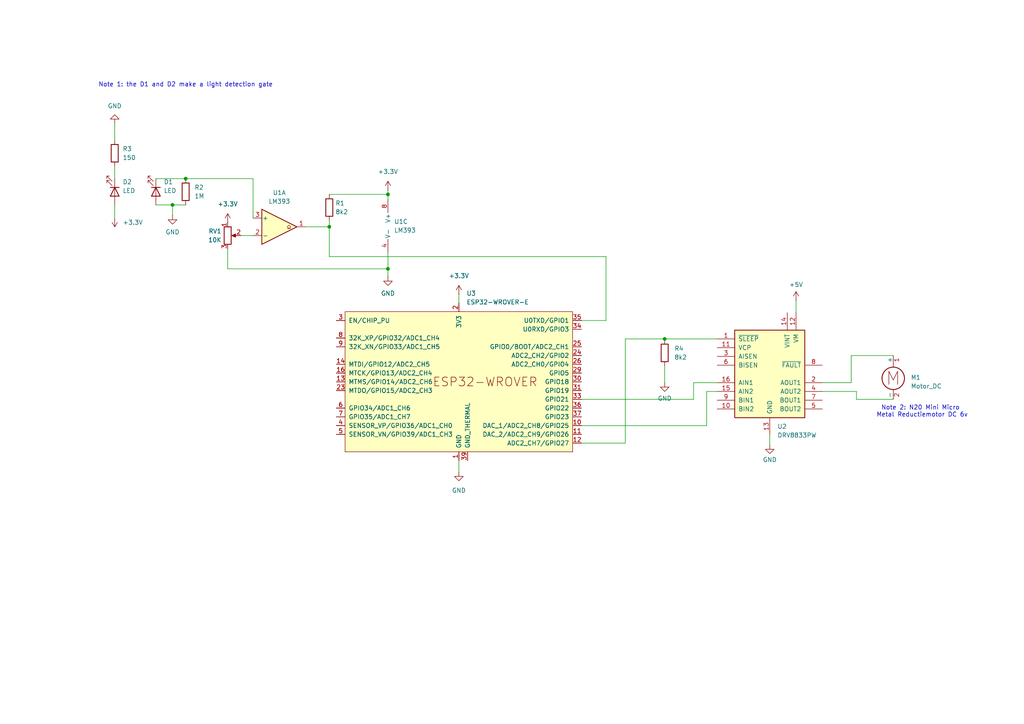
<source format=kicad_sch>
(kicad_sch
	(version 20231120)
	(generator "eeschema")
	(generator_version "8.0")
	(uuid "e538fc3f-42b2-4f4c-a564-2981e530fbca")
	(paper "A4")
	(lib_symbols
		(symbol "Comparator:LM393"
			(pin_names
				(offset 0.127)
			)
			(exclude_from_sim no)
			(in_bom yes)
			(on_board yes)
			(property "Reference" "U"
				(at 3.81 3.81 0)
				(effects
					(font
						(size 1.27 1.27)
					)
				)
			)
			(property "Value" "LM393"
				(at 6.35 -3.81 0)
				(effects
					(font
						(size 1.27 1.27)
					)
				)
			)
			(property "Footprint" ""
				(at 0 0 0)
				(effects
					(font
						(size 1.27 1.27)
					)
					(hide yes)
				)
			)
			(property "Datasheet" "http://www.ti.com/lit/ds/symlink/lm393.pdf"
				(at 0 0 0)
				(effects
					(font
						(size 1.27 1.27)
					)
					(hide yes)
				)
			)
			(property "Description" "Low-Power, Low-Offset Voltage, Dual Comparators, DIP-8/SOIC-8/TO-99-8"
				(at 0 0 0)
				(effects
					(font
						(size 1.27 1.27)
					)
					(hide yes)
				)
			)
			(property "ki_locked" ""
				(at 0 0 0)
				(effects
					(font
						(size 1.27 1.27)
					)
				)
			)
			(property "ki_keywords" "cmp open collector"
				(at 0 0 0)
				(effects
					(font
						(size 1.27 1.27)
					)
					(hide yes)
				)
			)
			(property "ki_fp_filters" "SOIC*3.9x4.9mm*P1.27mm* DIP*W7.62mm* SOP*5.28x5.23mm*P1.27mm* VSSOP*3x3mm*P0.65mm* TSSOP*4.4x3mm*P0.65mm*"
				(at 0 0 0)
				(effects
					(font
						(size 1.27 1.27)
					)
					(hide yes)
				)
			)
			(symbol "LM393_1_1"
				(polyline
					(pts
						(xy -5.08 5.08) (xy 5.08 0) (xy -5.08 -5.08) (xy -5.08 5.08)
					)
					(stroke
						(width 0.254)
						(type default)
					)
					(fill
						(type background)
					)
				)
				(polyline
					(pts
						(xy 3.302 -0.508) (xy 2.794 -0.508) (xy 3.302 0) (xy 2.794 0.508) (xy 2.286 0) (xy 2.794 -0.508)
						(xy 2.286 -0.508)
					)
					(stroke
						(width 0.127)
						(type default)
					)
					(fill
						(type none)
					)
				)
				(pin open_collector line
					(at 7.62 0 180)
					(length 2.54)
					(name "~"
						(effects
							(font
								(size 1.27 1.27)
							)
						)
					)
					(number "1"
						(effects
							(font
								(size 1.27 1.27)
							)
						)
					)
				)
				(pin input line
					(at -7.62 -2.54 0)
					(length 2.54)
					(name "-"
						(effects
							(font
								(size 1.27 1.27)
							)
						)
					)
					(number "2"
						(effects
							(font
								(size 1.27 1.27)
							)
						)
					)
				)
				(pin input line
					(at -7.62 2.54 0)
					(length 2.54)
					(name "+"
						(effects
							(font
								(size 1.27 1.27)
							)
						)
					)
					(number "3"
						(effects
							(font
								(size 1.27 1.27)
							)
						)
					)
				)
			)
			(symbol "LM393_2_1"
				(polyline
					(pts
						(xy -5.08 5.08) (xy 5.08 0) (xy -5.08 -5.08) (xy -5.08 5.08)
					)
					(stroke
						(width 0.254)
						(type default)
					)
					(fill
						(type background)
					)
				)
				(polyline
					(pts
						(xy 3.302 -0.508) (xy 2.794 -0.508) (xy 3.302 0) (xy 2.794 0.508) (xy 2.286 0) (xy 2.794 -0.508)
						(xy 2.286 -0.508)
					)
					(stroke
						(width 0.127)
						(type default)
					)
					(fill
						(type none)
					)
				)
				(pin input line
					(at -7.62 2.54 0)
					(length 2.54)
					(name "+"
						(effects
							(font
								(size 1.27 1.27)
							)
						)
					)
					(number "5"
						(effects
							(font
								(size 1.27 1.27)
							)
						)
					)
				)
				(pin input line
					(at -7.62 -2.54 0)
					(length 2.54)
					(name "-"
						(effects
							(font
								(size 1.27 1.27)
							)
						)
					)
					(number "6"
						(effects
							(font
								(size 1.27 1.27)
							)
						)
					)
				)
				(pin open_collector line
					(at 7.62 0 180)
					(length 2.54)
					(name "~"
						(effects
							(font
								(size 1.27 1.27)
							)
						)
					)
					(number "7"
						(effects
							(font
								(size 1.27 1.27)
							)
						)
					)
				)
			)
			(symbol "LM393_3_1"
				(pin power_in line
					(at -2.54 -7.62 90)
					(length 3.81)
					(name "V-"
						(effects
							(font
								(size 1.27 1.27)
							)
						)
					)
					(number "4"
						(effects
							(font
								(size 1.27 1.27)
							)
						)
					)
				)
				(pin power_in line
					(at -2.54 7.62 270)
					(length 3.81)
					(name "V+"
						(effects
							(font
								(size 1.27 1.27)
							)
						)
					)
					(number "8"
						(effects
							(font
								(size 1.27 1.27)
							)
						)
					)
				)
			)
		)
		(symbol "Device:LED"
			(pin_numbers hide)
			(pin_names
				(offset 1.016) hide)
			(exclude_from_sim no)
			(in_bom yes)
			(on_board yes)
			(property "Reference" "D"
				(at 0 2.54 0)
				(effects
					(font
						(size 1.27 1.27)
					)
				)
			)
			(property "Value" "LED"
				(at 0 -2.54 0)
				(effects
					(font
						(size 1.27 1.27)
					)
				)
			)
			(property "Footprint" ""
				(at 0 0 0)
				(effects
					(font
						(size 1.27 1.27)
					)
					(hide yes)
				)
			)
			(property "Datasheet" "~"
				(at 0 0 0)
				(effects
					(font
						(size 1.27 1.27)
					)
					(hide yes)
				)
			)
			(property "Description" "Light emitting diode"
				(at 0 0 0)
				(effects
					(font
						(size 1.27 1.27)
					)
					(hide yes)
				)
			)
			(property "ki_keywords" "LED diode"
				(at 0 0 0)
				(effects
					(font
						(size 1.27 1.27)
					)
					(hide yes)
				)
			)
			(property "ki_fp_filters" "LED* LED_SMD:* LED_THT:*"
				(at 0 0 0)
				(effects
					(font
						(size 1.27 1.27)
					)
					(hide yes)
				)
			)
			(symbol "LED_0_1"
				(polyline
					(pts
						(xy -1.27 -1.27) (xy -1.27 1.27)
					)
					(stroke
						(width 0.254)
						(type default)
					)
					(fill
						(type none)
					)
				)
				(polyline
					(pts
						(xy -1.27 0) (xy 1.27 0)
					)
					(stroke
						(width 0)
						(type default)
					)
					(fill
						(type none)
					)
				)
				(polyline
					(pts
						(xy 1.27 -1.27) (xy 1.27 1.27) (xy -1.27 0) (xy 1.27 -1.27)
					)
					(stroke
						(width 0.254)
						(type default)
					)
					(fill
						(type none)
					)
				)
				(polyline
					(pts
						(xy -3.048 -0.762) (xy -4.572 -2.286) (xy -3.81 -2.286) (xy -4.572 -2.286) (xy -4.572 -1.524)
					)
					(stroke
						(width 0)
						(type default)
					)
					(fill
						(type none)
					)
				)
				(polyline
					(pts
						(xy -1.778 -0.762) (xy -3.302 -2.286) (xy -2.54 -2.286) (xy -3.302 -2.286) (xy -3.302 -1.524)
					)
					(stroke
						(width 0)
						(type default)
					)
					(fill
						(type none)
					)
				)
			)
			(symbol "LED_1_1"
				(pin passive line
					(at -3.81 0 0)
					(length 2.54)
					(name "K"
						(effects
							(font
								(size 1.27 1.27)
							)
						)
					)
					(number "1"
						(effects
							(font
								(size 1.27 1.27)
							)
						)
					)
				)
				(pin passive line
					(at 3.81 0 180)
					(length 2.54)
					(name "A"
						(effects
							(font
								(size 1.27 1.27)
							)
						)
					)
					(number "2"
						(effects
							(font
								(size 1.27 1.27)
							)
						)
					)
				)
			)
		)
		(symbol "Device:R"
			(pin_numbers hide)
			(pin_names
				(offset 0)
			)
			(exclude_from_sim no)
			(in_bom yes)
			(on_board yes)
			(property "Reference" "R"
				(at 2.032 0 90)
				(effects
					(font
						(size 1.27 1.27)
					)
				)
			)
			(property "Value" "R"
				(at 0 0 90)
				(effects
					(font
						(size 1.27 1.27)
					)
				)
			)
			(property "Footprint" ""
				(at -1.778 0 90)
				(effects
					(font
						(size 1.27 1.27)
					)
					(hide yes)
				)
			)
			(property "Datasheet" "~"
				(at 0 0 0)
				(effects
					(font
						(size 1.27 1.27)
					)
					(hide yes)
				)
			)
			(property "Description" "Resistor"
				(at 0 0 0)
				(effects
					(font
						(size 1.27 1.27)
					)
					(hide yes)
				)
			)
			(property "ki_keywords" "R res resistor"
				(at 0 0 0)
				(effects
					(font
						(size 1.27 1.27)
					)
					(hide yes)
				)
			)
			(property "ki_fp_filters" "R_*"
				(at 0 0 0)
				(effects
					(font
						(size 1.27 1.27)
					)
					(hide yes)
				)
			)
			(symbol "R_0_1"
				(rectangle
					(start -1.016 -2.54)
					(end 1.016 2.54)
					(stroke
						(width 0.254)
						(type default)
					)
					(fill
						(type none)
					)
				)
			)
			(symbol "R_1_1"
				(pin passive line
					(at 0 3.81 270)
					(length 1.27)
					(name "~"
						(effects
							(font
								(size 1.27 1.27)
							)
						)
					)
					(number "1"
						(effects
							(font
								(size 1.27 1.27)
							)
						)
					)
				)
				(pin passive line
					(at 0 -3.81 90)
					(length 1.27)
					(name "~"
						(effects
							(font
								(size 1.27 1.27)
							)
						)
					)
					(number "2"
						(effects
							(font
								(size 1.27 1.27)
							)
						)
					)
				)
			)
		)
		(symbol "Device:R_Potentiometer"
			(pin_names
				(offset 1.016) hide)
			(exclude_from_sim no)
			(in_bom yes)
			(on_board yes)
			(property "Reference" "RV"
				(at -4.445 0 90)
				(effects
					(font
						(size 1.27 1.27)
					)
				)
			)
			(property "Value" "R_Potentiometer"
				(at -2.54 0 90)
				(effects
					(font
						(size 1.27 1.27)
					)
				)
			)
			(property "Footprint" ""
				(at 0 0 0)
				(effects
					(font
						(size 1.27 1.27)
					)
					(hide yes)
				)
			)
			(property "Datasheet" "~"
				(at 0 0 0)
				(effects
					(font
						(size 1.27 1.27)
					)
					(hide yes)
				)
			)
			(property "Description" "Potentiometer"
				(at 0 0 0)
				(effects
					(font
						(size 1.27 1.27)
					)
					(hide yes)
				)
			)
			(property "ki_keywords" "resistor variable"
				(at 0 0 0)
				(effects
					(font
						(size 1.27 1.27)
					)
					(hide yes)
				)
			)
			(property "ki_fp_filters" "Potentiometer*"
				(at 0 0 0)
				(effects
					(font
						(size 1.27 1.27)
					)
					(hide yes)
				)
			)
			(symbol "R_Potentiometer_0_1"
				(polyline
					(pts
						(xy 2.54 0) (xy 1.524 0)
					)
					(stroke
						(width 0)
						(type default)
					)
					(fill
						(type none)
					)
				)
				(polyline
					(pts
						(xy 1.143 0) (xy 2.286 0.508) (xy 2.286 -0.508) (xy 1.143 0)
					)
					(stroke
						(width 0)
						(type default)
					)
					(fill
						(type outline)
					)
				)
				(rectangle
					(start 1.016 2.54)
					(end -1.016 -2.54)
					(stroke
						(width 0.254)
						(type default)
					)
					(fill
						(type none)
					)
				)
			)
			(symbol "R_Potentiometer_1_1"
				(pin passive line
					(at 0 3.81 270)
					(length 1.27)
					(name "1"
						(effects
							(font
								(size 1.27 1.27)
							)
						)
					)
					(number "1"
						(effects
							(font
								(size 1.27 1.27)
							)
						)
					)
				)
				(pin passive line
					(at 3.81 0 180)
					(length 1.27)
					(name "2"
						(effects
							(font
								(size 1.27 1.27)
							)
						)
					)
					(number "2"
						(effects
							(font
								(size 1.27 1.27)
							)
						)
					)
				)
				(pin passive line
					(at 0 -3.81 90)
					(length 1.27)
					(name "3"
						(effects
							(font
								(size 1.27 1.27)
							)
						)
					)
					(number "3"
						(effects
							(font
								(size 1.27 1.27)
							)
						)
					)
				)
			)
		)
		(symbol "Driver_Motor:DRV8833PW"
			(pin_names
				(offset 1.016)
			)
			(exclude_from_sim no)
			(in_bom yes)
			(on_board yes)
			(property "Reference" "U"
				(at -3.81 16.51 0)
				(effects
					(font
						(size 1.27 1.27)
					)
				)
			)
			(property "Value" "DRV8833PW"
				(at -3.81 13.97 0)
				(effects
					(font
						(size 1.27 1.27)
					)
				)
			)
			(property "Footprint" "Package_SO:TSSOP-16_4.4x5mm_P0.65mm"
				(at 5.08 -17.78 0)
				(effects
					(font
						(size 1.27 1.27)
					)
					(justify left)
					(hide yes)
				)
			)
			(property "Datasheet" "http://www.ti.com/lit/ds/symlink/drv8833.pdf"
				(at 5.08 -20.32 0)
				(effects
					(font
						(size 1.27 1.27)
					)
					(justify left)
					(hide yes)
				)
			)
			(property "Description" "Dual H-Bridge Motor Driver, TSSOP-16"
				(at 0 0 0)
				(effects
					(font
						(size 1.27 1.27)
					)
					(hide yes)
				)
			)
			(property "ki_keywords" "H-bridge motor driver"
				(at 0 0 0)
				(effects
					(font
						(size 1.27 1.27)
					)
					(hide yes)
				)
			)
			(property "ki_fp_filters" "TSSOP-16*4.4x5mm*P0.65mm*"
				(at 0 0 0)
				(effects
					(font
						(size 1.27 1.27)
					)
					(hide yes)
				)
			)
			(symbol "DRV8833PW_0_1"
				(rectangle
					(start -10.16 12.7)
					(end 10.16 -12.7)
					(stroke
						(width 0.254)
						(type default)
					)
					(fill
						(type background)
					)
				)
			)
			(symbol "DRV8833PW_1_1"
				(pin input line
					(at -15.24 10.16 0)
					(length 5.08)
					(name "~{SLEEP}"
						(effects
							(font
								(size 1.27 1.27)
							)
						)
					)
					(number "1"
						(effects
							(font
								(size 1.27 1.27)
							)
						)
					)
				)
				(pin input line
					(at -15.24 -10.16 0)
					(length 5.08)
					(name "BIN2"
						(effects
							(font
								(size 1.27 1.27)
							)
						)
					)
					(number "10"
						(effects
							(font
								(size 1.27 1.27)
							)
						)
					)
				)
				(pin bidirectional line
					(at -15.24 7.62 0)
					(length 5.08)
					(name "VCP"
						(effects
							(font
								(size 1.27 1.27)
							)
						)
					)
					(number "11"
						(effects
							(font
								(size 1.27 1.27)
							)
						)
					)
				)
				(pin power_in line
					(at 7.62 17.78 270)
					(length 5.08)
					(name "VM"
						(effects
							(font
								(size 1.27 1.27)
							)
						)
					)
					(number "12"
						(effects
							(font
								(size 1.27 1.27)
							)
						)
					)
				)
				(pin power_in line
					(at 0 -17.78 90)
					(length 5.08)
					(name "GND"
						(effects
							(font
								(size 1.27 1.27)
							)
						)
					)
					(number "13"
						(effects
							(font
								(size 1.27 1.27)
							)
						)
					)
				)
				(pin power_in line
					(at 5.08 17.78 270)
					(length 5.08)
					(name "VINT"
						(effects
							(font
								(size 1.27 1.27)
							)
						)
					)
					(number "14"
						(effects
							(font
								(size 1.27 1.27)
							)
						)
					)
				)
				(pin input line
					(at -15.24 -5.08 0)
					(length 5.08)
					(name "AIN2"
						(effects
							(font
								(size 1.27 1.27)
							)
						)
					)
					(number "15"
						(effects
							(font
								(size 1.27 1.27)
							)
						)
					)
				)
				(pin input line
					(at -15.24 -2.54 0)
					(length 5.08)
					(name "AIN1"
						(effects
							(font
								(size 1.27 1.27)
							)
						)
					)
					(number "16"
						(effects
							(font
								(size 1.27 1.27)
							)
						)
					)
				)
				(pin power_out line
					(at 15.24 -2.54 180)
					(length 5.08)
					(name "AOUT1"
						(effects
							(font
								(size 1.27 1.27)
							)
						)
					)
					(number "2"
						(effects
							(font
								(size 1.27 1.27)
							)
						)
					)
				)
				(pin bidirectional line
					(at -15.24 5.08 0)
					(length 5.08)
					(name "AISEN"
						(effects
							(font
								(size 1.27 1.27)
							)
						)
					)
					(number "3"
						(effects
							(font
								(size 1.27 1.27)
							)
						)
					)
				)
				(pin power_out line
					(at 15.24 -5.08 180)
					(length 5.08)
					(name "AOUT2"
						(effects
							(font
								(size 1.27 1.27)
							)
						)
					)
					(number "4"
						(effects
							(font
								(size 1.27 1.27)
							)
						)
					)
				)
				(pin power_out line
					(at 15.24 -10.16 180)
					(length 5.08)
					(name "BOUT2"
						(effects
							(font
								(size 1.27 1.27)
							)
						)
					)
					(number "5"
						(effects
							(font
								(size 1.27 1.27)
							)
						)
					)
				)
				(pin bidirectional line
					(at -15.24 2.54 0)
					(length 5.08)
					(name "BISEN"
						(effects
							(font
								(size 1.27 1.27)
							)
						)
					)
					(number "6"
						(effects
							(font
								(size 1.27 1.27)
							)
						)
					)
				)
				(pin power_out line
					(at 15.24 -7.62 180)
					(length 5.08)
					(name "BOUT1"
						(effects
							(font
								(size 1.27 1.27)
							)
						)
					)
					(number "7"
						(effects
							(font
								(size 1.27 1.27)
							)
						)
					)
				)
				(pin open_collector line
					(at 15.24 2.54 180)
					(length 5.08)
					(name "~{FAULT}"
						(effects
							(font
								(size 1.27 1.27)
							)
						)
					)
					(number "8"
						(effects
							(font
								(size 1.27 1.27)
							)
						)
					)
				)
				(pin input line
					(at -15.24 -7.62 0)
					(length 5.08)
					(name "BIN1"
						(effects
							(font
								(size 1.27 1.27)
							)
						)
					)
					(number "9"
						(effects
							(font
								(size 1.27 1.27)
							)
						)
					)
				)
			)
		)
		(symbol "Espressif:ESP32-WROVER-E"
			(pin_names
				(offset 1.016)
			)
			(exclude_from_sim no)
			(in_bom yes)
			(on_board yes)
			(property "Reference" "U"
				(at -30.48 25.4 0)
				(effects
					(font
						(size 1.27 1.27)
					)
					(justify left)
				)
			)
			(property "Value" "ESP32-WROVER-E"
				(at -30.48 22.86 0)
				(effects
					(font
						(size 1.27 1.27)
					)
					(justify left)
				)
			)
			(property "Footprint" "PCM_Espressif:ESP32-WROVER-E"
				(at 2.54 -33.02 0)
				(effects
					(font
						(size 1.27 1.27)
					)
					(hide yes)
				)
			)
			(property "Datasheet" "https://www.espressif.com/sites/default/files/documentation/esp32-wrover-e_esp32-wrover-ie_datasheet_en.pdf"
				(at 2.54 -35.56 0)
				(effects
					(font
						(size 1.27 1.27)
					)
					(hide yes)
				)
			)
			(property "Description" "ESP32-WROVER-E and ESP32-WROVER-IE are two powerful, generic WiFi-BT-BLE MCU modules that target a wide variety of applications, ranging from low-power sensor networks to the most demanding tasks, such as voice encoding, music streaming and MP3 decoding. ESP32-WROVER-E comes with a PCB antenna, and ESP32-WROVER-IE with an IPEX antenna. They both featurea 4 MB external SPI flash and an additional 8 MB SPI Pseudo static RAM (PSRAM)."
				(at 0 0 0)
				(effects
					(font
						(size 1.27 1.27)
					)
					(hide yes)
				)
			)
			(property "ki_keywords" "ESP32"
				(at 0 0 0)
				(effects
					(font
						(size 1.27 1.27)
					)
					(hide yes)
				)
			)
			(symbol "ESP32-WROVER-E_0_1"
				(rectangle
					(start -33.02 20.32)
					(end 33.02 -20.32)
					(stroke
						(width 0)
						(type default)
					)
					(fill
						(type background)
					)
				)
			)
			(symbol "ESP32-WROVER-E_1_1"
				(text "ESP32-­WROVER"
					(at 7.62 0 0)
					(effects
						(font
							(size 2.54 2.54)
						)
					)
				)
				(pin power_in line
					(at 0 -22.86 90)
					(length 2.54)
					(name "GND"
						(effects
							(font
								(size 1.27 1.27)
							)
						)
					)
					(number "1"
						(effects
							(font
								(size 1.27 1.27)
							)
						)
					)
				)
				(pin bidirectional line
					(at 35.56 -12.7 180)
					(length 2.54)
					(name "DAC_1/ADC2_CH8/GPIO25"
						(effects
							(font
								(size 1.27 1.27)
							)
						)
					)
					(number "10"
						(effects
							(font
								(size 1.27 1.27)
							)
						)
					)
				)
				(pin bidirectional line
					(at 35.56 -15.24 180)
					(length 2.54)
					(name "DAC_2/ADC2_CH9/GPIO26"
						(effects
							(font
								(size 1.27 1.27)
							)
						)
					)
					(number "11"
						(effects
							(font
								(size 1.27 1.27)
							)
						)
					)
				)
				(pin bidirectional line
					(at 35.56 -17.78 180)
					(length 2.54)
					(name "ADC2_CH7/GPIO27"
						(effects
							(font
								(size 1.27 1.27)
							)
						)
					)
					(number "12"
						(effects
							(font
								(size 1.27 1.27)
							)
						)
					)
				)
				(pin bidirectional line
					(at -35.56 0 0)
					(length 2.54)
					(name "MTMS/GPIO14/ADC2_CH6"
						(effects
							(font
								(size 1.27 1.27)
							)
						)
					)
					(number "13"
						(effects
							(font
								(size 1.27 1.27)
							)
						)
					)
				)
				(pin bidirectional line
					(at -35.56 5.08 0)
					(length 2.54)
					(name "MTDI/GPIO12/ADC2_CH5"
						(effects
							(font
								(size 1.27 1.27)
							)
						)
					)
					(number "14"
						(effects
							(font
								(size 1.27 1.27)
							)
						)
					)
				)
				(pin passive line
					(at 0 -22.86 90)
					(length 2.54) hide
					(name "GND"
						(effects
							(font
								(size 1.27 1.27)
							)
						)
					)
					(number "15"
						(effects
							(font
								(size 1.27 1.27)
							)
						)
					)
				)
				(pin bidirectional line
					(at -35.56 2.54 0)
					(length 2.54)
					(name "MTCK/GPIO13/ADC2_CH4"
						(effects
							(font
								(size 1.27 1.27)
							)
						)
					)
					(number "16"
						(effects
							(font
								(size 1.27 1.27)
							)
						)
					)
				)
				(pin power_in line
					(at 0 22.86 270)
					(length 2.54)
					(name "3V3"
						(effects
							(font
								(size 1.27 1.27)
							)
						)
					)
					(number "2"
						(effects
							(font
								(size 1.27 1.27)
							)
						)
					)
				)
				(pin bidirectional line
					(at -35.56 -2.54 0)
					(length 2.54)
					(name "MTDO/GPIO15/ADC2_CH3"
						(effects
							(font
								(size 1.27 1.27)
							)
						)
					)
					(number "23"
						(effects
							(font
								(size 1.27 1.27)
							)
						)
					)
				)
				(pin bidirectional line
					(at 35.56 7.62 180)
					(length 2.54)
					(name "ADC2_CH2/GPIO2"
						(effects
							(font
								(size 1.27 1.27)
							)
						)
					)
					(number "24"
						(effects
							(font
								(size 1.27 1.27)
							)
						)
					)
				)
				(pin bidirectional line
					(at 35.56 10.16 180)
					(length 2.54)
					(name "GPIO0/BOOT/ADC2_CH1"
						(effects
							(font
								(size 1.27 1.27)
							)
						)
					)
					(number "25"
						(effects
							(font
								(size 1.27 1.27)
							)
						)
					)
				)
				(pin bidirectional line
					(at 35.56 5.08 180)
					(length 2.54)
					(name "ADC2_CH0/GPIO4"
						(effects
							(font
								(size 1.27 1.27)
							)
						)
					)
					(number "26"
						(effects
							(font
								(size 1.27 1.27)
							)
						)
					)
				)
				(pin bidirectional line
					(at 35.56 2.54 180)
					(length 2.54)
					(name "GPIO5"
						(effects
							(font
								(size 1.27 1.27)
							)
						)
					)
					(number "29"
						(effects
							(font
								(size 1.27 1.27)
							)
						)
					)
				)
				(pin input line
					(at -35.56 17.78 0)
					(length 2.54)
					(name "EN/CHIP_PU"
						(effects
							(font
								(size 1.27 1.27)
							)
						)
					)
					(number "3"
						(effects
							(font
								(size 1.27 1.27)
							)
						)
					)
				)
				(pin bidirectional line
					(at 35.56 0 180)
					(length 2.54)
					(name "GPIO18"
						(effects
							(font
								(size 1.27 1.27)
							)
						)
					)
					(number "30"
						(effects
							(font
								(size 1.27 1.27)
							)
						)
					)
				)
				(pin bidirectional line
					(at 35.56 -2.54 180)
					(length 2.54)
					(name "GPIO19"
						(effects
							(font
								(size 1.27 1.27)
							)
						)
					)
					(number "31"
						(effects
							(font
								(size 1.27 1.27)
							)
						)
					)
				)
				(pin bidirectional line
					(at 35.56 -5.08 180)
					(length 2.54)
					(name "GPIO21"
						(effects
							(font
								(size 1.27 1.27)
							)
						)
					)
					(number "33"
						(effects
							(font
								(size 1.27 1.27)
							)
						)
					)
				)
				(pin bidirectional line
					(at 35.56 15.24 180)
					(length 2.54)
					(name "U0RXD/GPIO3"
						(effects
							(font
								(size 1.27 1.27)
							)
						)
					)
					(number "34"
						(effects
							(font
								(size 1.27 1.27)
							)
						)
					)
				)
				(pin bidirectional line
					(at 35.56 17.78 180)
					(length 2.54)
					(name "U0TXD/GPIO1"
						(effects
							(font
								(size 1.27 1.27)
							)
						)
					)
					(number "35"
						(effects
							(font
								(size 1.27 1.27)
							)
						)
					)
				)
				(pin bidirectional line
					(at 35.56 -7.62 180)
					(length 2.54)
					(name "GPIO22"
						(effects
							(font
								(size 1.27 1.27)
							)
						)
					)
					(number "36"
						(effects
							(font
								(size 1.27 1.27)
							)
						)
					)
				)
				(pin bidirectional line
					(at 35.56 -10.16 180)
					(length 2.54)
					(name "GPIO23"
						(effects
							(font
								(size 1.27 1.27)
							)
						)
					)
					(number "37"
						(effects
							(font
								(size 1.27 1.27)
							)
						)
					)
				)
				(pin passive line
					(at 0 -22.86 90)
					(length 2.54) hide
					(name "GND"
						(effects
							(font
								(size 1.27 1.27)
							)
						)
					)
					(number "38"
						(effects
							(font
								(size 1.27 1.27)
							)
						)
					)
				)
				(pin power_in line
					(at 2.54 -22.86 90)
					(length 2.54)
					(name "GND_THERMAL"
						(effects
							(font
								(size 1.27 1.27)
							)
						)
					)
					(number "39"
						(effects
							(font
								(size 1.27 1.27)
							)
						)
					)
				)
				(pin input line
					(at -35.56 -12.7 0)
					(length 2.54)
					(name "SENSOR_VP/GPIO36/ADC1_CH0"
						(effects
							(font
								(size 1.27 1.27)
							)
						)
					)
					(number "4"
						(effects
							(font
								(size 1.27 1.27)
							)
						)
					)
				)
				(pin input line
					(at -35.56 -15.24 0)
					(length 2.54)
					(name "SENSOR_VN/GPIO39/ADC1_CH3"
						(effects
							(font
								(size 1.27 1.27)
							)
						)
					)
					(number "5"
						(effects
							(font
								(size 1.27 1.27)
							)
						)
					)
				)
				(pin input line
					(at -35.56 -7.62 0)
					(length 2.54)
					(name "GPIO34/ADC1_CH6"
						(effects
							(font
								(size 1.27 1.27)
							)
						)
					)
					(number "6"
						(effects
							(font
								(size 1.27 1.27)
							)
						)
					)
				)
				(pin input line
					(at -35.56 -10.16 0)
					(length 2.54)
					(name "GPIO35/ADC1_CH7"
						(effects
							(font
								(size 1.27 1.27)
							)
						)
					)
					(number "7"
						(effects
							(font
								(size 1.27 1.27)
							)
						)
					)
				)
				(pin bidirectional line
					(at -35.56 12.7 0)
					(length 2.54)
					(name "32K_XP/GPIO32/ADC1_CH4"
						(effects
							(font
								(size 1.27 1.27)
							)
						)
					)
					(number "8"
						(effects
							(font
								(size 1.27 1.27)
							)
						)
					)
				)
				(pin bidirectional line
					(at -35.56 10.16 0)
					(length 2.54)
					(name "32K_XN/GPIO33/ADC1_CH5"
						(effects
							(font
								(size 1.27 1.27)
							)
						)
					)
					(number "9"
						(effects
							(font
								(size 1.27 1.27)
							)
						)
					)
				)
			)
		)
		(symbol "Motor:Motor_DC"
			(pin_names
				(offset 0)
			)
			(exclude_from_sim no)
			(in_bom yes)
			(on_board yes)
			(property "Reference" "M"
				(at 2.54 2.54 0)
				(effects
					(font
						(size 1.27 1.27)
					)
					(justify left)
				)
			)
			(property "Value" "Motor_DC"
				(at 2.54 -5.08 0)
				(effects
					(font
						(size 1.27 1.27)
					)
					(justify left top)
				)
			)
			(property "Footprint" ""
				(at 0 -2.286 0)
				(effects
					(font
						(size 1.27 1.27)
					)
					(hide yes)
				)
			)
			(property "Datasheet" "~"
				(at 0 -2.286 0)
				(effects
					(font
						(size 1.27 1.27)
					)
					(hide yes)
				)
			)
			(property "Description" "DC Motor"
				(at 0 0 0)
				(effects
					(font
						(size 1.27 1.27)
					)
					(hide yes)
				)
			)
			(property "ki_keywords" "DC Motor"
				(at 0 0 0)
				(effects
					(font
						(size 1.27 1.27)
					)
					(hide yes)
				)
			)
			(property "ki_fp_filters" "PinHeader*P2.54mm* TerminalBlock*"
				(at 0 0 0)
				(effects
					(font
						(size 1.27 1.27)
					)
					(hide yes)
				)
			)
			(symbol "Motor_DC_0_0"
				(polyline
					(pts
						(xy -1.27 -3.302) (xy -1.27 0.508) (xy 0 -2.032) (xy 1.27 0.508) (xy 1.27 -3.302)
					)
					(stroke
						(width 0)
						(type default)
					)
					(fill
						(type none)
					)
				)
			)
			(symbol "Motor_DC_0_1"
				(circle
					(center 0 -1.524)
					(radius 3.2512)
					(stroke
						(width 0.254)
						(type default)
					)
					(fill
						(type none)
					)
				)
				(polyline
					(pts
						(xy 0 -7.62) (xy 0 -7.112)
					)
					(stroke
						(width 0)
						(type default)
					)
					(fill
						(type none)
					)
				)
				(polyline
					(pts
						(xy 0 -4.7752) (xy 0 -5.1816)
					)
					(stroke
						(width 0)
						(type default)
					)
					(fill
						(type none)
					)
				)
				(polyline
					(pts
						(xy 0 1.7272) (xy 0 2.0828)
					)
					(stroke
						(width 0)
						(type default)
					)
					(fill
						(type none)
					)
				)
				(polyline
					(pts
						(xy 0 2.032) (xy 0 2.54)
					)
					(stroke
						(width 0)
						(type default)
					)
					(fill
						(type none)
					)
				)
			)
			(symbol "Motor_DC_1_1"
				(pin passive line
					(at 0 5.08 270)
					(length 2.54)
					(name "+"
						(effects
							(font
								(size 1.27 1.27)
							)
						)
					)
					(number "1"
						(effects
							(font
								(size 1.27 1.27)
							)
						)
					)
				)
				(pin passive line
					(at 0 -7.62 90)
					(length 2.54)
					(name "-"
						(effects
							(font
								(size 1.27 1.27)
							)
						)
					)
					(number "2"
						(effects
							(font
								(size 1.27 1.27)
							)
						)
					)
				)
			)
		)
		(symbol "power:+3.3V"
			(power)
			(pin_numbers hide)
			(pin_names
				(offset 0) hide)
			(exclude_from_sim no)
			(in_bom yes)
			(on_board yes)
			(property "Reference" "#PWR"
				(at 0 -3.81 0)
				(effects
					(font
						(size 1.27 1.27)
					)
					(hide yes)
				)
			)
			(property "Value" "+3.3V"
				(at 0 3.556 0)
				(effects
					(font
						(size 1.27 1.27)
					)
				)
			)
			(property "Footprint" ""
				(at 0 0 0)
				(effects
					(font
						(size 1.27 1.27)
					)
					(hide yes)
				)
			)
			(property "Datasheet" ""
				(at 0 0 0)
				(effects
					(font
						(size 1.27 1.27)
					)
					(hide yes)
				)
			)
			(property "Description" "Power symbol creates a global label with name \"+3.3V\""
				(at 0 0 0)
				(effects
					(font
						(size 1.27 1.27)
					)
					(hide yes)
				)
			)
			(property "ki_keywords" "global power"
				(at 0 0 0)
				(effects
					(font
						(size 1.27 1.27)
					)
					(hide yes)
				)
			)
			(symbol "+3.3V_0_1"
				(polyline
					(pts
						(xy -0.762 1.27) (xy 0 2.54)
					)
					(stroke
						(width 0)
						(type default)
					)
					(fill
						(type none)
					)
				)
				(polyline
					(pts
						(xy 0 0) (xy 0 2.54)
					)
					(stroke
						(width 0)
						(type default)
					)
					(fill
						(type none)
					)
				)
				(polyline
					(pts
						(xy 0 2.54) (xy 0.762 1.27)
					)
					(stroke
						(width 0)
						(type default)
					)
					(fill
						(type none)
					)
				)
			)
			(symbol "+3.3V_1_1"
				(pin power_in line
					(at 0 0 90)
					(length 0)
					(name "~"
						(effects
							(font
								(size 1.27 1.27)
							)
						)
					)
					(number "1"
						(effects
							(font
								(size 1.27 1.27)
							)
						)
					)
				)
			)
		)
		(symbol "power:+5V"
			(power)
			(pin_numbers hide)
			(pin_names
				(offset 0) hide)
			(exclude_from_sim no)
			(in_bom yes)
			(on_board yes)
			(property "Reference" "#PWR"
				(at 0 -3.81 0)
				(effects
					(font
						(size 1.27 1.27)
					)
					(hide yes)
				)
			)
			(property "Value" "+5V"
				(at 0 3.556 0)
				(effects
					(font
						(size 1.27 1.27)
					)
				)
			)
			(property "Footprint" ""
				(at 0 0 0)
				(effects
					(font
						(size 1.27 1.27)
					)
					(hide yes)
				)
			)
			(property "Datasheet" ""
				(at 0 0 0)
				(effects
					(font
						(size 1.27 1.27)
					)
					(hide yes)
				)
			)
			(property "Description" "Power symbol creates a global label with name \"+5V\""
				(at 0 0 0)
				(effects
					(font
						(size 1.27 1.27)
					)
					(hide yes)
				)
			)
			(property "ki_keywords" "global power"
				(at 0 0 0)
				(effects
					(font
						(size 1.27 1.27)
					)
					(hide yes)
				)
			)
			(symbol "+5V_0_1"
				(polyline
					(pts
						(xy -0.762 1.27) (xy 0 2.54)
					)
					(stroke
						(width 0)
						(type default)
					)
					(fill
						(type none)
					)
				)
				(polyline
					(pts
						(xy 0 0) (xy 0 2.54)
					)
					(stroke
						(width 0)
						(type default)
					)
					(fill
						(type none)
					)
				)
				(polyline
					(pts
						(xy 0 2.54) (xy 0.762 1.27)
					)
					(stroke
						(width 0)
						(type default)
					)
					(fill
						(type none)
					)
				)
			)
			(symbol "+5V_1_1"
				(pin power_in line
					(at 0 0 90)
					(length 0)
					(name "~"
						(effects
							(font
								(size 1.27 1.27)
							)
						)
					)
					(number "1"
						(effects
							(font
								(size 1.27 1.27)
							)
						)
					)
				)
			)
		)
		(symbol "power:GND"
			(power)
			(pin_numbers hide)
			(pin_names
				(offset 0) hide)
			(exclude_from_sim no)
			(in_bom yes)
			(on_board yes)
			(property "Reference" "#PWR"
				(at 0 -6.35 0)
				(effects
					(font
						(size 1.27 1.27)
					)
					(hide yes)
				)
			)
			(property "Value" "GND"
				(at 0 -3.81 0)
				(effects
					(font
						(size 1.27 1.27)
					)
				)
			)
			(property "Footprint" ""
				(at 0 0 0)
				(effects
					(font
						(size 1.27 1.27)
					)
					(hide yes)
				)
			)
			(property "Datasheet" ""
				(at 0 0 0)
				(effects
					(font
						(size 1.27 1.27)
					)
					(hide yes)
				)
			)
			(property "Description" "Power symbol creates a global label with name \"GND\" , ground"
				(at 0 0 0)
				(effects
					(font
						(size 1.27 1.27)
					)
					(hide yes)
				)
			)
			(property "ki_keywords" "global power"
				(at 0 0 0)
				(effects
					(font
						(size 1.27 1.27)
					)
					(hide yes)
				)
			)
			(symbol "GND_0_1"
				(polyline
					(pts
						(xy 0 0) (xy 0 -1.27) (xy 1.27 -1.27) (xy 0 -2.54) (xy -1.27 -1.27) (xy 0 -1.27)
					)
					(stroke
						(width 0)
						(type default)
					)
					(fill
						(type none)
					)
				)
			)
			(symbol "GND_1_1"
				(pin power_in line
					(at 0 0 270)
					(length 0)
					(name "~"
						(effects
							(font
								(size 1.27 1.27)
							)
						)
					)
					(number "1"
						(effects
							(font
								(size 1.27 1.27)
							)
						)
					)
				)
			)
		)
	)
	(junction
		(at 192.786 98.298)
		(diameter 0)
		(color 0 0 0 0)
		(uuid "035fd2cf-65d8-4202-a0b4-f74a19714e47")
	)
	(junction
		(at 95.504 65.786)
		(diameter 0)
		(color 0 0 0 0)
		(uuid "2797cd2c-0acc-4d7e-af9e-8bc8dcde7cf2")
	)
	(junction
		(at 53.848 51.816)
		(diameter 0)
		(color 0 0 0 0)
		(uuid "3528e889-dd69-4310-9b0e-2b78ef6901b0")
	)
	(junction
		(at 112.522 77.978)
		(diameter 0)
		(color 0 0 0 0)
		(uuid "4a7fd65c-399e-45b4-8413-435b00f28439")
	)
	(junction
		(at 50.038 59.436)
		(diameter 0)
		(color 0 0 0 0)
		(uuid "5a708640-f323-4afc-a74a-9de41512cb26")
	)
	(junction
		(at 112.522 56.388)
		(diameter 0)
		(color 0 0 0 0)
		(uuid "aba9878b-d203-4e3a-973c-a4904c417f1d")
	)
	(wire
		(pts
			(xy 201.168 110.998) (xy 208.026 110.998)
		)
		(stroke
			(width 0)
			(type default)
		)
		(uuid "0ab8e04a-6c1b-437c-ba53-55e50800f731")
	)
	(wire
		(pts
			(xy 112.522 77.978) (xy 112.522 80.264)
		)
		(stroke
			(width 0)
			(type default)
		)
		(uuid "313334d1-737a-496c-b3fa-905d9ddef4e1")
	)
	(wire
		(pts
			(xy 95.504 56.388) (xy 112.522 56.388)
		)
		(stroke
			(width 0)
			(type default)
		)
		(uuid "357e7951-b251-4722-9b2a-1bdbf591d51c")
	)
	(wire
		(pts
			(xy 223.266 126.238) (xy 223.266 129.032)
		)
		(stroke
			(width 0)
			(type default)
		)
		(uuid "3b45dc4e-39ce-462d-8fac-9b6f00326302")
	)
	(wire
		(pts
			(xy 45.212 59.436) (xy 50.038 59.436)
		)
		(stroke
			(width 0)
			(type default)
		)
		(uuid "41c94b58-5ef5-40a9-beb6-4b9119f4de4d")
	)
	(wire
		(pts
			(xy 248.412 113.538) (xy 248.412 115.824)
		)
		(stroke
			(width 0)
			(type default)
		)
		(uuid "4330808a-7a7b-489c-bb8d-e08f996b0e84")
	)
	(wire
		(pts
			(xy 168.656 123.444) (xy 204.978 123.444)
		)
		(stroke
			(width 0)
			(type default)
		)
		(uuid "468d8e59-5cfe-48f3-abfb-b3d84f0d3f0d")
	)
	(wire
		(pts
			(xy 50.038 59.436) (xy 50.038 62.484)
		)
		(stroke
			(width 0)
			(type default)
		)
		(uuid "4b8ab27c-e956-40a8-96ac-479983c2b1c0")
	)
	(wire
		(pts
			(xy 95.504 64.008) (xy 95.504 65.786)
		)
		(stroke
			(width 0)
			(type default)
		)
		(uuid "509c4833-46df-410d-966c-fdb24854a9de")
	)
	(wire
		(pts
			(xy 45.212 51.816) (xy 53.848 51.816)
		)
		(stroke
			(width 0)
			(type default)
		)
		(uuid "52bbf135-bbfa-4a0a-9fa7-d6942480ba44")
	)
	(wire
		(pts
			(xy 66.04 72.136) (xy 66.04 77.978)
		)
		(stroke
			(width 0)
			(type default)
		)
		(uuid "625b048f-12d6-40bc-adb7-ee34c9047ec7")
	)
	(wire
		(pts
			(xy 246.888 110.998) (xy 246.888 103.124)
		)
		(stroke
			(width 0)
			(type default)
		)
		(uuid "653fffdc-97f0-4174-b58f-c890f29d304e")
	)
	(wire
		(pts
			(xy 201.168 115.824) (xy 201.168 110.998)
		)
		(stroke
			(width 0)
			(type default)
		)
		(uuid "6da022af-9983-441f-b169-88562493d0cd")
	)
	(wire
		(pts
			(xy 192.786 106.172) (xy 192.786 110.998)
		)
		(stroke
			(width 0)
			(type default)
		)
		(uuid "6e456043-4e2e-42eb-a247-4900de7aa423")
	)
	(wire
		(pts
			(xy 73.406 51.816) (xy 73.406 63.246)
		)
		(stroke
			(width 0)
			(type default)
		)
		(uuid "8134458d-a145-48a4-bcff-b450e94e8c50")
	)
	(wire
		(pts
			(xy 248.412 115.824) (xy 259.08 115.824)
		)
		(stroke
			(width 0)
			(type default)
		)
		(uuid "814db890-5aa8-4dee-b400-c677e443d888")
	)
	(wire
		(pts
			(xy 66.04 77.978) (xy 112.522 77.978)
		)
		(stroke
			(width 0)
			(type default)
		)
		(uuid "895d942a-c77e-447f-8d60-e6a762b74e99")
	)
	(wire
		(pts
			(xy 175.768 74.422) (xy 95.504 74.422)
		)
		(stroke
			(width 0)
			(type default)
		)
		(uuid "8b0272fd-a324-4d1e-87e3-955ba0f1760d")
	)
	(wire
		(pts
			(xy 230.886 87.122) (xy 230.886 90.678)
		)
		(stroke
			(width 0)
			(type default)
		)
		(uuid "9c13c2c4-bc82-4ba8-9f3b-8d6b88adf7c0")
	)
	(wire
		(pts
			(xy 53.848 51.816) (xy 73.406 51.816)
		)
		(stroke
			(width 0)
			(type default)
		)
		(uuid "9e798d43-8dd7-4e7d-9ce3-b318ce77a6cd")
	)
	(wire
		(pts
			(xy 69.85 68.326) (xy 73.406 68.326)
		)
		(stroke
			(width 0)
			(type default)
		)
		(uuid "a680aaae-e069-4c5d-b9e1-2903ce23e355")
	)
	(wire
		(pts
			(xy 133.096 85.344) (xy 133.096 87.884)
		)
		(stroke
			(width 0)
			(type default)
		)
		(uuid "ab1bac1e-87d2-4c95-b0a5-e29524bfb952")
	)
	(wire
		(pts
			(xy 95.504 74.422) (xy 95.504 65.786)
		)
		(stroke
			(width 0)
			(type default)
		)
		(uuid "ac184a91-5436-4e82-995f-43755bf830ef")
	)
	(wire
		(pts
			(xy 168.656 115.824) (xy 201.168 115.824)
		)
		(stroke
			(width 0)
			(type default)
		)
		(uuid "b573bfb2-0629-41ae-a9d2-631be843d7bb")
	)
	(wire
		(pts
			(xy 175.768 92.964) (xy 175.768 74.422)
		)
		(stroke
			(width 0)
			(type default)
		)
		(uuid "b597c51e-c62b-42af-9963-6dafd9d07afd")
	)
	(wire
		(pts
			(xy 181.356 98.298) (xy 181.356 128.524)
		)
		(stroke
			(width 0)
			(type default)
		)
		(uuid "b5c6b2a0-0343-46c9-bc2e-2ec5542fc6ec")
	)
	(wire
		(pts
			(xy 33.274 59.436) (xy 33.274 63.246)
		)
		(stroke
			(width 0)
			(type default)
		)
		(uuid "b749297b-f517-4d15-9760-39f5fe552166")
	)
	(wire
		(pts
			(xy 112.522 55.118) (xy 112.522 56.388)
		)
		(stroke
			(width 0)
			(type default)
		)
		(uuid "bb0d18ec-578a-4055-b830-be47bf164a31")
	)
	(wire
		(pts
			(xy 50.038 59.436) (xy 53.848 59.436)
		)
		(stroke
			(width 0)
			(type default)
		)
		(uuid "bfcc777a-db2c-47b0-b2ee-caf0dc543b1f")
	)
	(wire
		(pts
			(xy 112.522 56.388) (xy 112.522 57.912)
		)
		(stroke
			(width 0)
			(type default)
		)
		(uuid "c2e433b4-68c0-4239-8db3-2dd9864bde05")
	)
	(wire
		(pts
			(xy 33.274 35.814) (xy 33.274 40.64)
		)
		(stroke
			(width 0)
			(type default)
		)
		(uuid "c5943dea-bb02-4140-9353-0dbe353b6e0f")
	)
	(wire
		(pts
			(xy 238.506 110.998) (xy 246.888 110.998)
		)
		(stroke
			(width 0)
			(type default)
		)
		(uuid "ce38d480-bd78-461d-847d-45e1493de20c")
	)
	(wire
		(pts
			(xy 204.978 123.444) (xy 204.978 113.538)
		)
		(stroke
			(width 0)
			(type default)
		)
		(uuid "cebbb729-4204-49dc-933d-1f029c149443")
	)
	(wire
		(pts
			(xy 33.274 48.26) (xy 33.274 51.816)
		)
		(stroke
			(width 0)
			(type default)
		)
		(uuid "cfab707d-8840-49f7-a522-2a1b4155d6d9")
	)
	(wire
		(pts
			(xy 168.656 92.964) (xy 175.768 92.964)
		)
		(stroke
			(width 0)
			(type default)
		)
		(uuid "d4643fb1-9767-4367-bc8e-cfbe03954673")
	)
	(wire
		(pts
			(xy 112.522 73.152) (xy 112.522 77.978)
		)
		(stroke
			(width 0)
			(type default)
		)
		(uuid "d7bfd59e-1663-4b02-9426-b124f17498fa")
	)
	(wire
		(pts
			(xy 181.356 128.524) (xy 168.656 128.524)
		)
		(stroke
			(width 0)
			(type default)
		)
		(uuid "dc152487-38fe-47d1-9c05-fd1de48fc2ce")
	)
	(wire
		(pts
			(xy 204.978 113.538) (xy 208.026 113.538)
		)
		(stroke
			(width 0)
			(type default)
		)
		(uuid "e2eafae0-3729-4075-82da-5e7b5cede8b9")
	)
	(wire
		(pts
			(xy 133.096 133.604) (xy 133.096 136.906)
		)
		(stroke
			(width 0)
			(type default)
		)
		(uuid "edda0984-7181-4afd-8de9-20082080d6aa")
	)
	(wire
		(pts
			(xy 95.504 65.786) (xy 88.646 65.786)
		)
		(stroke
			(width 0)
			(type default)
		)
		(uuid "f1480e97-2973-48cb-9610-3d8fad6b28cf")
	)
	(wire
		(pts
			(xy 246.888 103.124) (xy 259.08 103.124)
		)
		(stroke
			(width 0)
			(type default)
		)
		(uuid "f19e51c2-d977-40cf-8807-6b7d9b678628")
	)
	(wire
		(pts
			(xy 238.506 113.538) (xy 248.412 113.538)
		)
		(stroke
			(width 0)
			(type default)
		)
		(uuid "fe0e2217-37c4-4f5f-b926-eb8cf5b9c059")
	)
	(wire
		(pts
			(xy 192.786 98.298) (xy 181.356 98.298)
		)
		(stroke
			(width 0)
			(type default)
		)
		(uuid "ff255cc0-7f9d-456d-9512-714b4c9944ed")
	)
	(wire
		(pts
			(xy 192.786 98.298) (xy 192.786 98.552)
		)
		(stroke
			(width 0)
			(type default)
		)
		(uuid "ff75a1a0-3b09-41ae-9769-8e8afd533051")
	)
	(wire
		(pts
			(xy 208.026 98.298) (xy 192.786 98.298)
		)
		(stroke
			(width 0)
			(type default)
		)
		(uuid "fff7cc40-175a-44fc-929d-5ed6506ad677")
	)
	(text "Note 1: the D1 and D2 make a light detection gate"
		(exclude_from_sim no)
		(at 53.848 24.638 0)
		(effects
			(font
				(size 1.27 1.27)
			)
		)
		(uuid "8c96334d-687b-41c2-a711-4fff89817fd0")
	)
	(text "Note 2: N20 Mini Micro \nMetal Reductiemotor DC 6v"
		(exclude_from_sim no)
		(at 267.462 119.38 0)
		(effects
			(font
				(size 1.27 1.27)
			)
		)
		(uuid "a55c98cd-69c9-496e-b05a-7c7859275137")
	)
	(symbol
		(lib_id "power:GND")
		(at 50.038 62.484 0)
		(unit 1)
		(exclude_from_sim no)
		(in_bom yes)
		(on_board yes)
		(dnp no)
		(fields_autoplaced yes)
		(uuid "15bd6940-1c95-44cf-b247-3acb038802d1")
		(property "Reference" "#PWR010"
			(at 50.038 68.834 0)
			(effects
				(font
					(size 1.27 1.27)
				)
				(hide yes)
			)
		)
		(property "Value" "GND"
			(at 50.038 67.31 0)
			(effects
				(font
					(size 1.27 1.27)
				)
			)
		)
		(property "Footprint" ""
			(at 50.038 62.484 0)
			(effects
				(font
					(size 1.27 1.27)
				)
				(hide yes)
			)
		)
		(property "Datasheet" ""
			(at 50.038 62.484 0)
			(effects
				(font
					(size 1.27 1.27)
				)
				(hide yes)
			)
		)
		(property "Description" "Power symbol creates a global label with name \"GND\" , ground"
			(at 50.038 62.484 0)
			(effects
				(font
					(size 1.27 1.27)
				)
				(hide yes)
			)
		)
		(pin "1"
			(uuid "51885761-9136-4548-981c-2d9df683f2b7")
		)
		(instances
			(project ""
				(path "/e538fc3f-42b2-4f4c-a564-2981e530fbca"
					(reference "#PWR010")
					(unit 1)
				)
			)
		)
	)
	(symbol
		(lib_id "Device:R_Potentiometer")
		(at 66.04 68.326 0)
		(unit 1)
		(exclude_from_sim no)
		(in_bom yes)
		(on_board yes)
		(dnp no)
		(fields_autoplaced yes)
		(uuid "24a5aa40-36df-4eea-bf07-35a49811120c")
		(property "Reference" "RV1"
			(at 64.262 67.0559 0)
			(effects
				(font
					(size 1.27 1.27)
				)
				(justify right)
			)
		)
		(property "Value" "10K"
			(at 64.262 69.5959 0)
			(effects
				(font
					(size 1.27 1.27)
				)
				(justify right)
			)
		)
		(property "Footprint" ""
			(at 66.04 68.326 0)
			(effects
				(font
					(size 1.27 1.27)
				)
				(hide yes)
			)
		)
		(property "Datasheet" "~"
			(at 66.04 68.326 0)
			(effects
				(font
					(size 1.27 1.27)
				)
				(hide yes)
			)
		)
		(property "Description" "Potentiometer"
			(at 66.04 68.326 0)
			(effects
				(font
					(size 1.27 1.27)
				)
				(hide yes)
			)
		)
		(pin "3"
			(uuid "120fa55c-b9ee-4166-9cd5-663d87676602")
		)
		(pin "1"
			(uuid "ce588d0f-ad9e-49b3-9fde-7ed5a60ed12c")
		)
		(pin "2"
			(uuid "d4fc2bb3-b1cd-40c3-af77-ee0dfa1db4d1")
		)
		(instances
			(project ""
				(path "/e538fc3f-42b2-4f4c-a564-2981e530fbca"
					(reference "RV1")
					(unit 1)
				)
			)
		)
	)
	(symbol
		(lib_id "Driver_Motor:DRV8833PW")
		(at 223.266 108.458 0)
		(unit 1)
		(exclude_from_sim no)
		(in_bom yes)
		(on_board yes)
		(dnp no)
		(fields_autoplaced yes)
		(uuid "2a005adb-c009-4293-8c9a-ed51abd05c98")
		(property "Reference" "U2"
			(at 225.4601 123.698 0)
			(effects
				(font
					(size 1.27 1.27)
				)
				(justify left)
			)
		)
		(property "Value" "DRV8833PW"
			(at 225.4601 126.238 0)
			(effects
				(font
					(size 1.27 1.27)
				)
				(justify left)
			)
		)
		(property "Footprint" "Package_SO:TSSOP-16_4.4x5mm_P0.65mm"
			(at 228.346 126.238 0)
			(effects
				(font
					(size 1.27 1.27)
				)
				(justify left)
				(hide yes)
			)
		)
		(property "Datasheet" "http://www.ti.com/lit/ds/symlink/drv8833.pdf"
			(at 228.346 128.778 0)
			(effects
				(font
					(size 1.27 1.27)
				)
				(justify left)
				(hide yes)
			)
		)
		(property "Description" "Dual H-Bridge Motor Driver, TSSOP-16"
			(at 223.266 108.458 0)
			(effects
				(font
					(size 1.27 1.27)
				)
				(hide yes)
			)
		)
		(pin "2"
			(uuid "f39812d9-4743-4a8a-ab6d-1237c703df4d")
		)
		(pin "8"
			(uuid "810052b5-2106-4ba0-b4e2-71770c29a1ad")
		)
		(pin "14"
			(uuid "aab03068-517a-4688-a6f9-b38a797b594c")
		)
		(pin "12"
			(uuid "98922974-0434-415e-aba3-d6eabe0bfc48")
		)
		(pin "3"
			(uuid "7b2c383e-c2e9-4391-8b16-bcd9c9440990")
		)
		(pin "7"
			(uuid "24e31a54-d700-400c-8352-6aaa4fe27c48")
		)
		(pin "11"
			(uuid "bec4f77d-93aa-45d1-a4bb-6c3b52ff5014")
		)
		(pin "5"
			(uuid "b31e900e-51d7-43dc-902f-37f24c6d1b74")
		)
		(pin "13"
			(uuid "e6df8638-1409-4884-8d92-464a4769ca89")
		)
		(pin "1"
			(uuid "68ea3042-5afd-478d-9b53-2a34cc208963")
		)
		(pin "6"
			(uuid "ee44f2ef-77c8-44b6-a79a-f242c2dbbce8")
		)
		(pin "15"
			(uuid "d51467e1-25b5-474a-af0e-127b03c818a5")
		)
		(pin "10"
			(uuid "ae4ae03c-4e7f-4764-9e74-9af16621be37")
		)
		(pin "4"
			(uuid "f0700444-511b-4ee1-906c-81e1dfe8861d")
		)
		(pin "9"
			(uuid "50229203-2712-475c-8694-29904dbe90bb")
		)
		(pin "16"
			(uuid "8167b659-8fa3-422a-93a0-7b1bab6d0f9d")
		)
		(instances
			(project ""
				(path "/e538fc3f-42b2-4f4c-a564-2981e530fbca"
					(reference "U2")
					(unit 1)
				)
			)
		)
	)
	(symbol
		(lib_id "Device:R")
		(at 33.274 44.45 0)
		(unit 1)
		(exclude_from_sim no)
		(in_bom yes)
		(on_board yes)
		(dnp no)
		(fields_autoplaced yes)
		(uuid "37e6677e-e064-4c70-8eb1-c94c43448250")
		(property "Reference" "R3"
			(at 35.56 43.1799 0)
			(effects
				(font
					(size 1.27 1.27)
				)
				(justify left)
			)
		)
		(property "Value" "150"
			(at 35.56 45.7199 0)
			(effects
				(font
					(size 1.27 1.27)
				)
				(justify left)
			)
		)
		(property "Footprint" ""
			(at 31.496 44.45 90)
			(effects
				(font
					(size 1.27 1.27)
				)
				(hide yes)
			)
		)
		(property "Datasheet" "~"
			(at 33.274 44.45 0)
			(effects
				(font
					(size 1.27 1.27)
				)
				(hide yes)
			)
		)
		(property "Description" "Resistor"
			(at 33.274 44.45 0)
			(effects
				(font
					(size 1.27 1.27)
				)
				(hide yes)
			)
		)
		(pin "2"
			(uuid "aa055afa-e3e4-488e-9d16-05ea572462be")
		)
		(pin "1"
			(uuid "92eff7f4-46fb-4cda-a1c1-5ae073714182")
		)
		(instances
			(project ""
				(path "/e538fc3f-42b2-4f4c-a564-2981e530fbca"
					(reference "R3")
					(unit 1)
				)
			)
		)
	)
	(symbol
		(lib_id "Device:R")
		(at 53.848 55.626 0)
		(unit 1)
		(exclude_from_sim no)
		(in_bom yes)
		(on_board yes)
		(dnp no)
		(fields_autoplaced yes)
		(uuid "44b78d9e-d63d-4bdd-a152-dcc7f9bf06d6")
		(property "Reference" "R2"
			(at 56.388 54.3559 0)
			(effects
				(font
					(size 1.27 1.27)
				)
				(justify left)
			)
		)
		(property "Value" "1M"
			(at 56.388 56.8959 0)
			(effects
				(font
					(size 1.27 1.27)
				)
				(justify left)
			)
		)
		(property "Footprint" ""
			(at 52.07 55.626 90)
			(effects
				(font
					(size 1.27 1.27)
				)
				(hide yes)
			)
		)
		(property "Datasheet" "~"
			(at 53.848 55.626 0)
			(effects
				(font
					(size 1.27 1.27)
				)
				(hide yes)
			)
		)
		(property "Description" "Resistor"
			(at 53.848 55.626 0)
			(effects
				(font
					(size 1.27 1.27)
				)
				(hide yes)
			)
		)
		(pin "2"
			(uuid "27b71614-6d2f-40a0-aeea-484d8354d4b3")
		)
		(pin "1"
			(uuid "9c39b348-1fb8-44cf-bba9-36e8b255fdea")
		)
		(instances
			(project ""
				(path "/e538fc3f-42b2-4f4c-a564-2981e530fbca"
					(reference "R2")
					(unit 1)
				)
			)
		)
	)
	(symbol
		(lib_id "power:GND")
		(at 112.522 80.264 0)
		(unit 1)
		(exclude_from_sim no)
		(in_bom yes)
		(on_board yes)
		(dnp no)
		(fields_autoplaced yes)
		(uuid "4c04cd10-a2fb-4fa5-b7e9-51f9899d23da")
		(property "Reference" "#PWR02"
			(at 112.522 86.614 0)
			(effects
				(font
					(size 1.27 1.27)
				)
				(hide yes)
			)
		)
		(property "Value" "GND"
			(at 112.522 85.09 0)
			(effects
				(font
					(size 1.27 1.27)
				)
			)
		)
		(property "Footprint" ""
			(at 112.522 80.264 0)
			(effects
				(font
					(size 1.27 1.27)
				)
				(hide yes)
			)
		)
		(property "Datasheet" ""
			(at 112.522 80.264 0)
			(effects
				(font
					(size 1.27 1.27)
				)
				(hide yes)
			)
		)
		(property "Description" "Power symbol creates a global label with name \"GND\" , ground"
			(at 112.522 80.264 0)
			(effects
				(font
					(size 1.27 1.27)
				)
				(hide yes)
			)
		)
		(pin "1"
			(uuid "091b698b-b0a6-4e9c-91fd-6b9e6705ecec")
		)
		(instances
			(project ""
				(path "/e538fc3f-42b2-4f4c-a564-2981e530fbca"
					(reference "#PWR02")
					(unit 1)
				)
			)
		)
	)
	(symbol
		(lib_id "power:GND")
		(at 223.266 129.032 0)
		(unit 1)
		(exclude_from_sim no)
		(in_bom yes)
		(on_board yes)
		(dnp no)
		(fields_autoplaced yes)
		(uuid "5062af0c-bb0b-4721-bbc3-fcdbc5d93eda")
		(property "Reference" "#PWR06"
			(at 223.266 135.382 0)
			(effects
				(font
					(size 1.27 1.27)
				)
				(hide yes)
			)
		)
		(property "Value" "GND"
			(at 223.266 133.35 0)
			(effects
				(font
					(size 1.27 1.27)
				)
			)
		)
		(property "Footprint" ""
			(at 223.266 129.032 0)
			(effects
				(font
					(size 1.27 1.27)
				)
				(hide yes)
			)
		)
		(property "Datasheet" ""
			(at 223.266 129.032 0)
			(effects
				(font
					(size 1.27 1.27)
				)
				(hide yes)
			)
		)
		(property "Description" "Power symbol creates a global label with name \"GND\" , ground"
			(at 223.266 129.032 0)
			(effects
				(font
					(size 1.27 1.27)
				)
				(hide yes)
			)
		)
		(pin "1"
			(uuid "cc5f6b26-70a5-4e35-ae5d-bd99a56eb488")
		)
		(instances
			(project ""
				(path "/e538fc3f-42b2-4f4c-a564-2981e530fbca"
					(reference "#PWR06")
					(unit 1)
				)
			)
		)
	)
	(symbol
		(lib_id "Device:LED")
		(at 33.274 55.626 270)
		(unit 1)
		(exclude_from_sim no)
		(in_bom yes)
		(on_board yes)
		(dnp no)
		(fields_autoplaced yes)
		(uuid "54e417b1-0f2a-461f-a6f9-3c6dafd7af2e")
		(property "Reference" "D2"
			(at 35.56 52.7684 90)
			(effects
				(font
					(size 1.27 1.27)
				)
				(justify left)
			)
		)
		(property "Value" "LED"
			(at 35.56 55.3084 90)
			(effects
				(font
					(size 1.27 1.27)
				)
				(justify left)
			)
		)
		(property "Footprint" ""
			(at 33.274 55.626 0)
			(effects
				(font
					(size 1.27 1.27)
				)
				(hide yes)
			)
		)
		(property "Datasheet" "~"
			(at 33.274 55.626 0)
			(effects
				(font
					(size 1.27 1.27)
				)
				(hide yes)
			)
		)
		(property "Description" "Light emitting diode"
			(at 33.274 55.626 0)
			(effects
				(font
					(size 1.27 1.27)
				)
				(hide yes)
			)
		)
		(pin "2"
			(uuid "9a88b78f-ed2f-41e5-8666-c207041bef8c")
		)
		(pin "1"
			(uuid "34c26a71-78a8-4634-91b9-880e96d8dfe4")
		)
		(instances
			(project ""
				(path "/e538fc3f-42b2-4f4c-a564-2981e530fbca"
					(reference "D2")
					(unit 1)
				)
			)
		)
	)
	(symbol
		(lib_id "Motor:Motor_DC")
		(at 259.08 108.204 0)
		(unit 1)
		(exclude_from_sim no)
		(in_bom yes)
		(on_board yes)
		(dnp no)
		(fields_autoplaced yes)
		(uuid "623d4747-2709-4ae7-9616-5bb76f34e87e")
		(property "Reference" "M1"
			(at 264.16 109.4739 0)
			(effects
				(font
					(size 1.27 1.27)
				)
				(justify left)
			)
		)
		(property "Value" "Motor_DC"
			(at 264.16 112.0139 0)
			(effects
				(font
					(size 1.27 1.27)
				)
				(justify left)
			)
		)
		(property "Footprint" ""
			(at 259.08 110.49 0)
			(effects
				(font
					(size 1.27 1.27)
				)
				(hide yes)
			)
		)
		(property "Datasheet" "~"
			(at 259.08 110.49 0)
			(effects
				(font
					(size 1.27 1.27)
				)
				(hide yes)
			)
		)
		(property "Description" "DC Motor"
			(at 259.08 108.204 0)
			(effects
				(font
					(size 1.27 1.27)
				)
				(hide yes)
			)
		)
		(pin "2"
			(uuid "5e70c375-746b-4d63-b618-32b27fd635ce")
		)
		(pin "1"
			(uuid "ffeb73f5-d8da-4e9e-8bf5-33f942a912d0")
		)
		(instances
			(project ""
				(path "/e538fc3f-42b2-4f4c-a564-2981e530fbca"
					(reference "M1")
					(unit 1)
				)
			)
		)
	)
	(symbol
		(lib_id "power:+3.3V")
		(at 33.274 63.246 180)
		(unit 1)
		(exclude_from_sim no)
		(in_bom yes)
		(on_board yes)
		(dnp no)
		(fields_autoplaced yes)
		(uuid "72036be7-a23a-4eda-8583-2aadd777100e")
		(property "Reference" "#PWR03"
			(at 33.274 59.436 0)
			(effects
				(font
					(size 1.27 1.27)
				)
				(hide yes)
			)
		)
		(property "Value" "+3.3V"
			(at 35.56 64.5159 0)
			(effects
				(font
					(size 1.27 1.27)
				)
				(justify right)
			)
		)
		(property "Footprint" ""
			(at 33.274 63.246 0)
			(effects
				(font
					(size 1.27 1.27)
				)
				(hide yes)
			)
		)
		(property "Datasheet" ""
			(at 33.274 63.246 0)
			(effects
				(font
					(size 1.27 1.27)
				)
				(hide yes)
			)
		)
		(property "Description" "Power symbol creates a global label with name \"+3.3V\""
			(at 33.274 63.246 0)
			(effects
				(font
					(size 1.27 1.27)
				)
				(hide yes)
			)
		)
		(pin "1"
			(uuid "a893b6e4-06f8-42c2-a488-7a0682c2f886")
		)
		(instances
			(project ""
				(path "/e538fc3f-42b2-4f4c-a564-2981e530fbca"
					(reference "#PWR03")
					(unit 1)
				)
			)
		)
	)
	(symbol
		(lib_id "power:GND")
		(at 192.786 110.998 0)
		(unit 1)
		(exclude_from_sim no)
		(in_bom yes)
		(on_board yes)
		(dnp no)
		(fields_autoplaced yes)
		(uuid "8b4aa195-f795-4178-afa5-4eb720f2a631")
		(property "Reference" "#PWR07"
			(at 192.786 117.348 0)
			(effects
				(font
					(size 1.27 1.27)
				)
				(hide yes)
			)
		)
		(property "Value" "GND"
			(at 192.786 115.57 0)
			(effects
				(font
					(size 1.27 1.27)
				)
			)
		)
		(property "Footprint" ""
			(at 192.786 110.998 0)
			(effects
				(font
					(size 1.27 1.27)
				)
				(hide yes)
			)
		)
		(property "Datasheet" ""
			(at 192.786 110.998 0)
			(effects
				(font
					(size 1.27 1.27)
				)
				(hide yes)
			)
		)
		(property "Description" "Power symbol creates a global label with name \"GND\" , ground"
			(at 192.786 110.998 0)
			(effects
				(font
					(size 1.27 1.27)
				)
				(hide yes)
			)
		)
		(pin "1"
			(uuid "4793c1f6-fea7-4e06-a59b-1c6f82548bda")
		)
		(instances
			(project ""
				(path "/e538fc3f-42b2-4f4c-a564-2981e530fbca"
					(reference "#PWR07")
					(unit 1)
				)
			)
		)
	)
	(symbol
		(lib_id "power:+3.3V")
		(at 133.096 85.344 0)
		(unit 1)
		(exclude_from_sim no)
		(in_bom yes)
		(on_board yes)
		(dnp no)
		(fields_autoplaced yes)
		(uuid "8d74bcf9-ae92-4ed2-ab4e-bd77db56e078")
		(property "Reference" "#PWR04"
			(at 133.096 89.154 0)
			(effects
				(font
					(size 1.27 1.27)
				)
				(hide yes)
			)
		)
		(property "Value" "+3.3V"
			(at 133.096 80.01 0)
			(effects
				(font
					(size 1.27 1.27)
				)
			)
		)
		(property "Footprint" ""
			(at 133.096 85.344 0)
			(effects
				(font
					(size 1.27 1.27)
				)
				(hide yes)
			)
		)
		(property "Datasheet" ""
			(at 133.096 85.344 0)
			(effects
				(font
					(size 1.27 1.27)
				)
				(hide yes)
			)
		)
		(property "Description" "Power symbol creates a global label with name \"+3.3V\""
			(at 133.096 85.344 0)
			(effects
				(font
					(size 1.27 1.27)
				)
				(hide yes)
			)
		)
		(pin "1"
			(uuid "4260b37e-736d-45c7-a065-d80b4705358a")
		)
		(instances
			(project "marblefun"
				(path "/e538fc3f-42b2-4f4c-a564-2981e530fbca"
					(reference "#PWR04")
					(unit 1)
				)
			)
		)
	)
	(symbol
		(lib_id "power:GND")
		(at 133.096 136.906 0)
		(unit 1)
		(exclude_from_sim no)
		(in_bom yes)
		(on_board yes)
		(dnp no)
		(fields_autoplaced yes)
		(uuid "8d98da6a-c3f4-448f-93a5-7a344d867007")
		(property "Reference" "#PWR011"
			(at 133.096 143.256 0)
			(effects
				(font
					(size 1.27 1.27)
				)
				(hide yes)
			)
		)
		(property "Value" "GND"
			(at 133.096 142.24 0)
			(effects
				(font
					(size 1.27 1.27)
				)
			)
		)
		(property "Footprint" ""
			(at 133.096 136.906 0)
			(effects
				(font
					(size 1.27 1.27)
				)
				(hide yes)
			)
		)
		(property "Datasheet" ""
			(at 133.096 136.906 0)
			(effects
				(font
					(size 1.27 1.27)
				)
				(hide yes)
			)
		)
		(property "Description" "Power symbol creates a global label with name \"GND\" , ground"
			(at 133.096 136.906 0)
			(effects
				(font
					(size 1.27 1.27)
				)
				(hide yes)
			)
		)
		(pin "1"
			(uuid "4e237486-f0a5-4a0e-8f7e-c4af1b97b5bd")
		)
		(instances
			(project ""
				(path "/e538fc3f-42b2-4f4c-a564-2981e530fbca"
					(reference "#PWR011")
					(unit 1)
				)
			)
		)
	)
	(symbol
		(lib_id "Device:R")
		(at 192.786 102.362 0)
		(unit 1)
		(exclude_from_sim no)
		(in_bom yes)
		(on_board yes)
		(dnp no)
		(fields_autoplaced yes)
		(uuid "92e36e05-5595-4e85-8979-9e1a6bb8cd56")
		(property "Reference" "R4"
			(at 195.58 101.0919 0)
			(effects
				(font
					(size 1.27 1.27)
				)
				(justify left)
			)
		)
		(property "Value" "8k2"
			(at 195.58 103.6319 0)
			(effects
				(font
					(size 1.27 1.27)
				)
				(justify left)
			)
		)
		(property "Footprint" ""
			(at 191.008 102.362 90)
			(effects
				(font
					(size 1.27 1.27)
				)
				(hide yes)
			)
		)
		(property "Datasheet" "~"
			(at 192.786 102.362 0)
			(effects
				(font
					(size 1.27 1.27)
				)
				(hide yes)
			)
		)
		(property "Description" "Resistor"
			(at 192.786 102.362 0)
			(effects
				(font
					(size 1.27 1.27)
				)
				(hide yes)
			)
		)
		(pin "2"
			(uuid "07f09525-c22d-4701-8989-2d840eea26c7")
		)
		(pin "1"
			(uuid "6ed70ca4-b47c-4a7d-8db0-ca094ef91e09")
		)
		(instances
			(project ""
				(path "/e538fc3f-42b2-4f4c-a564-2981e530fbca"
					(reference "R4")
					(unit 1)
				)
			)
		)
	)
	(symbol
		(lib_id "power:GND")
		(at 33.274 35.814 180)
		(unit 1)
		(exclude_from_sim no)
		(in_bom yes)
		(on_board yes)
		(dnp no)
		(fields_autoplaced yes)
		(uuid "a56e6dc4-e3ee-4eb8-9ad9-5c903edba3a4")
		(property "Reference" "#PWR08"
			(at 33.274 29.464 0)
			(effects
				(font
					(size 1.27 1.27)
				)
				(hide yes)
			)
		)
		(property "Value" "GND"
			(at 33.274 30.734 0)
			(effects
				(font
					(size 1.27 1.27)
				)
			)
		)
		(property "Footprint" ""
			(at 33.274 35.814 0)
			(effects
				(font
					(size 1.27 1.27)
				)
				(hide yes)
			)
		)
		(property "Datasheet" ""
			(at 33.274 35.814 0)
			(effects
				(font
					(size 1.27 1.27)
				)
				(hide yes)
			)
		)
		(property "Description" "Power symbol creates a global label with name \"GND\" , ground"
			(at 33.274 35.814 0)
			(effects
				(font
					(size 1.27 1.27)
				)
				(hide yes)
			)
		)
		(pin "1"
			(uuid "41a163de-278b-4256-b0f4-a0fa1c5c3797")
		)
		(instances
			(project ""
				(path "/e538fc3f-42b2-4f4c-a564-2981e530fbca"
					(reference "#PWR08")
					(unit 1)
				)
			)
		)
	)
	(symbol
		(lib_id "power:+3.3V")
		(at 112.522 55.118 0)
		(unit 1)
		(exclude_from_sim no)
		(in_bom yes)
		(on_board yes)
		(dnp no)
		(uuid "c0ea7da6-0262-4258-9a73-806ee74dce0f")
		(property "Reference" "#PWR01"
			(at 112.522 58.928 0)
			(effects
				(font
					(size 1.27 1.27)
				)
				(hide yes)
			)
		)
		(property "Value" "+3.3V"
			(at 112.522 49.784 0)
			(effects
				(font
					(size 1.27 1.27)
				)
			)
		)
		(property "Footprint" ""
			(at 112.522 55.118 0)
			(effects
				(font
					(size 1.27 1.27)
				)
				(hide yes)
			)
		)
		(property "Datasheet" ""
			(at 112.522 55.118 0)
			(effects
				(font
					(size 1.27 1.27)
				)
				(hide yes)
			)
		)
		(property "Description" "Power symbol creates a global label with name \"+3.3V\""
			(at 112.522 55.118 0)
			(effects
				(font
					(size 1.27 1.27)
				)
				(hide yes)
			)
		)
		(pin "1"
			(uuid "1f0799ab-8dce-4539-9b51-e7e26a9ac632")
		)
		(instances
			(project "marblefun"
				(path "/e538fc3f-42b2-4f4c-a564-2981e530fbca"
					(reference "#PWR01")
					(unit 1)
				)
			)
		)
	)
	(symbol
		(lib_id "Device:R")
		(at 95.504 60.198 0)
		(unit 1)
		(exclude_from_sim no)
		(in_bom yes)
		(on_board yes)
		(dnp no)
		(fields_autoplaced yes)
		(uuid "c132f187-4024-4937-b607-69a2f15e5e81")
		(property "Reference" "R1"
			(at 97.282 58.9279 0)
			(effects
				(font
					(size 1.27 1.27)
				)
				(justify left)
			)
		)
		(property "Value" "8k2"
			(at 97.282 61.4679 0)
			(effects
				(font
					(size 1.27 1.27)
				)
				(justify left)
			)
		)
		(property "Footprint" ""
			(at 93.726 60.198 90)
			(effects
				(font
					(size 1.27 1.27)
				)
				(hide yes)
			)
		)
		(property "Datasheet" "~"
			(at 95.504 60.198 0)
			(effects
				(font
					(size 1.27 1.27)
				)
				(hide yes)
			)
		)
		(property "Description" "Resistor"
			(at 95.504 60.198 0)
			(effects
				(font
					(size 1.27 1.27)
				)
				(hide yes)
			)
		)
		(pin "2"
			(uuid "dc953f5d-0088-42f0-88c7-102caa4c3ecf")
		)
		(pin "1"
			(uuid "91117106-3e5c-4c77-b445-62b567f21606")
		)
		(instances
			(project ""
				(path "/e538fc3f-42b2-4f4c-a564-2981e530fbca"
					(reference "R1")
					(unit 1)
				)
			)
		)
	)
	(symbol
		(lib_id "power:+3.3V")
		(at 66.04 64.516 0)
		(unit 1)
		(exclude_from_sim no)
		(in_bom yes)
		(on_board yes)
		(dnp no)
		(uuid "c19c4c46-513d-4ef8-99db-9ec4ad6c0271")
		(property "Reference" "#PWR09"
			(at 66.04 68.326 0)
			(effects
				(font
					(size 1.27 1.27)
				)
				(hide yes)
			)
		)
		(property "Value" "+3.3V"
			(at 66.04 59.182 0)
			(effects
				(font
					(size 1.27 1.27)
				)
			)
		)
		(property "Footprint" ""
			(at 66.04 64.516 0)
			(effects
				(font
					(size 1.27 1.27)
				)
				(hide yes)
			)
		)
		(property "Datasheet" ""
			(at 66.04 64.516 0)
			(effects
				(font
					(size 1.27 1.27)
				)
				(hide yes)
			)
		)
		(property "Description" "Power symbol creates a global label with name \"+3.3V\""
			(at 66.04 64.516 0)
			(effects
				(font
					(size 1.27 1.27)
				)
				(hide yes)
			)
		)
		(pin "1"
			(uuid "4a6a25bd-7507-468f-b8f2-1304409167ae")
		)
		(instances
			(project "marblefun"
				(path "/e538fc3f-42b2-4f4c-a564-2981e530fbca"
					(reference "#PWR09")
					(unit 1)
				)
			)
		)
	)
	(symbol
		(lib_id "power:+5V")
		(at 230.886 87.122 0)
		(unit 1)
		(exclude_from_sim no)
		(in_bom yes)
		(on_board yes)
		(dnp no)
		(fields_autoplaced yes)
		(uuid "d4e020bb-f58a-4a11-b918-fc953c97610b")
		(property "Reference" "#PWR05"
			(at 230.886 90.932 0)
			(effects
				(font
					(size 1.27 1.27)
				)
				(hide yes)
			)
		)
		(property "Value" "+5V"
			(at 230.886 82.55 0)
			(effects
				(font
					(size 1.27 1.27)
				)
			)
		)
		(property "Footprint" ""
			(at 230.886 87.122 0)
			(effects
				(font
					(size 1.27 1.27)
				)
				(hide yes)
			)
		)
		(property "Datasheet" ""
			(at 230.886 87.122 0)
			(effects
				(font
					(size 1.27 1.27)
				)
				(hide yes)
			)
		)
		(property "Description" "Power symbol creates a global label with name \"+5V\""
			(at 230.886 87.122 0)
			(effects
				(font
					(size 1.27 1.27)
				)
				(hide yes)
			)
		)
		(pin "1"
			(uuid "446d4e81-24ae-4934-9289-99e6fbbff794")
		)
		(instances
			(project ""
				(path "/e538fc3f-42b2-4f4c-a564-2981e530fbca"
					(reference "#PWR05")
					(unit 1)
				)
			)
		)
	)
	(symbol
		(lib_id "Comparator:LM393")
		(at 81.026 65.786 0)
		(unit 1)
		(exclude_from_sim no)
		(in_bom yes)
		(on_board yes)
		(dnp no)
		(fields_autoplaced yes)
		(uuid "d56c4ea8-708d-49c6-bb8e-a08626908ad7")
		(property "Reference" "U1"
			(at 81.026 55.88 0)
			(effects
				(font
					(size 1.27 1.27)
				)
			)
		)
		(property "Value" "LM393"
			(at 81.026 58.42 0)
			(effects
				(font
					(size 1.27 1.27)
				)
			)
		)
		(property "Footprint" ""
			(at 81.026 65.786 0)
			(effects
				(font
					(size 1.27 1.27)
				)
				(hide yes)
			)
		)
		(property "Datasheet" "http://www.ti.com/lit/ds/symlink/lm393.pdf"
			(at 81.026 65.786 0)
			(effects
				(font
					(size 1.27 1.27)
				)
				(hide yes)
			)
		)
		(property "Description" "Low-Power, Low-Offset Voltage, Dual Comparators, DIP-8/SOIC-8/TO-99-8"
			(at 81.026 65.786 0)
			(effects
				(font
					(size 1.27 1.27)
				)
				(hide yes)
			)
		)
		(pin "8"
			(uuid "27840e92-291c-47b7-a650-84ff925ce647")
		)
		(pin "5"
			(uuid "aa79811a-d408-483d-b14e-1d78fc1604ce")
		)
		(pin "7"
			(uuid "b18818c8-4e8b-4ecf-b22d-d499a660b9ee")
		)
		(pin "2"
			(uuid "8ead7d05-25ce-46bf-9b9b-0bb9aeb3cdda")
		)
		(pin "6"
			(uuid "fb9e8ef3-f1f4-4776-afd4-e349e0141748")
		)
		(pin "4"
			(uuid "ca1d2fd4-8e4e-4e27-b8e5-d0cf7d91e197")
		)
		(pin "1"
			(uuid "adfae51d-0673-4ad6-a523-8aa95efa67fc")
		)
		(pin "3"
			(uuid "3ba50f52-74ac-42bd-9e47-308ea481faa8")
		)
		(instances
			(project ""
				(path "/e538fc3f-42b2-4f4c-a564-2981e530fbca"
					(reference "U1")
					(unit 1)
				)
			)
		)
	)
	(symbol
		(lib_id "Espressif:ESP32-WROVER-E")
		(at 133.096 110.744 0)
		(unit 1)
		(exclude_from_sim no)
		(in_bom yes)
		(on_board yes)
		(dnp no)
		(fields_autoplaced yes)
		(uuid "d882c8ec-b31b-4e5c-b8a3-d2e96cb888e9")
		(property "Reference" "U3"
			(at 135.2901 85.09 0)
			(effects
				(font
					(size 1.27 1.27)
				)
				(justify left)
			)
		)
		(property "Value" "ESP32-WROVER-E"
			(at 135.2901 87.63 0)
			(effects
				(font
					(size 1.27 1.27)
				)
				(justify left)
			)
		)
		(property "Footprint" "PCM_Espressif:ESP32-WROVER-E"
			(at 135.636 143.764 0)
			(effects
				(font
					(size 1.27 1.27)
				)
				(hide yes)
			)
		)
		(property "Datasheet" "https://www.espressif.com/sites/default/files/documentation/esp32-wrover-e_esp32-wrover-ie_datasheet_en.pdf"
			(at 135.636 146.304 0)
			(effects
				(font
					(size 1.27 1.27)
				)
				(hide yes)
			)
		)
		(property "Description" "ESP32-WROVER-E and ESP32-WROVER-IE are two powerful, generic WiFi-BT-BLE MCU modules that target a wide variety of applications, ranging from low-power sensor networks to the most demanding tasks, such as voice encoding, music streaming and MP3 decoding. ESP32-WROVER-E comes with a PCB antenna, and ESP32-WROVER-IE with an IPEX antenna. They both featurea 4 MB external SPI flash and an additional 8 MB SPI Pseudo static RAM (PSRAM)."
			(at 133.096 110.744 0)
			(effects
				(font
					(size 1.27 1.27)
				)
				(hide yes)
			)
		)
		(pin "26"
			(uuid "e5310f63-c12f-4952-a6f2-c4bdf71dc3f6")
		)
		(pin "24"
			(uuid "7e2eb23d-6707-4006-a69b-b18e8616e43c")
		)
		(pin "10"
			(uuid "006b0166-f3d0-4eae-bd6f-0504991de86a")
		)
		(pin "30"
			(uuid "2954ce44-2f38-473e-bfd0-d69bf97992b5")
		)
		(pin "12"
			(uuid "56ccb62f-5e9f-428f-aae7-c67e8e2093f1")
		)
		(pin "25"
			(uuid "f6493391-501c-4a30-91be-d857c4f66ff9")
		)
		(pin "9"
			(uuid "6d186dcc-7b03-4008-87c7-846ebb7ffe1e")
		)
		(pin "15"
			(uuid "234d33d2-c9a8-4692-81cc-02507de4c8cc")
		)
		(pin "4"
			(uuid "e5c06aa8-00ad-4634-a9ca-9d6a0e27a4d4")
		)
		(pin "36"
			(uuid "13a9461b-2daa-45c2-bb87-b869c086235d")
		)
		(pin "8"
			(uuid "4002dff1-7063-4128-a9f3-e72c5bc55c0d")
		)
		(pin "5"
			(uuid "4572290e-d9dc-4f5d-a3fb-71cd6a9ec82d")
		)
		(pin "13"
			(uuid "fe63bcfe-55ad-452e-8b67-ac26e38da2db")
		)
		(pin "35"
			(uuid "02231c2b-2029-4d7d-bc0f-07877b2d740e")
		)
		(pin "38"
			(uuid "523c3cf7-1526-4b65-8394-947cfc0d80fa")
		)
		(pin "11"
			(uuid "5aad4fb5-26d2-44e2-8b84-ccf0acf45d30")
		)
		(pin "16"
			(uuid "9a97717b-efe5-4b46-8ec5-6b4bf8757fda")
		)
		(pin "7"
			(uuid "103cdde7-4efd-4ec8-83ce-a0fb2146b19c")
		)
		(pin "3"
			(uuid "eb3c1406-16de-4f21-a8fc-4c8692861aa1")
		)
		(pin "37"
			(uuid "c874cf62-e516-4b68-8051-247e795175f3")
		)
		(pin "6"
			(uuid "6c3416aa-d05a-45ae-b1f6-00d367623522")
		)
		(pin "2"
			(uuid "68bf88b3-065f-436d-9032-eef8ef222620")
		)
		(pin "31"
			(uuid "beb7da8b-600a-4727-9dcb-c8e56839ce5f")
		)
		(pin "23"
			(uuid "6d537157-64de-4462-8f15-9aee05f3e572")
		)
		(pin "14"
			(uuid "e530dee8-f1d4-4f9a-87cc-c7140bfd4053")
		)
		(pin "29"
			(uuid "6cced271-ff30-4133-bf25-ba5553961de6")
		)
		(pin "1"
			(uuid "acb83d15-3493-40e7-bdf2-f1c871b6d61e")
		)
		(pin "33"
			(uuid "f911164d-d33d-4ce0-83ce-6c4b017903f6")
		)
		(pin "34"
			(uuid "ba024d58-b8f1-462a-841c-4f011d82d062")
		)
		(pin "39"
			(uuid "c72a4d6e-3294-4df7-94e8-e8929bcdd9ff")
		)
		(instances
			(project ""
				(path "/e538fc3f-42b2-4f4c-a564-2981e530fbca"
					(reference "U3")
					(unit 1)
				)
			)
		)
	)
	(symbol
		(lib_id "Device:LED")
		(at 45.212 55.626 270)
		(unit 1)
		(exclude_from_sim no)
		(in_bom yes)
		(on_board yes)
		(dnp no)
		(fields_autoplaced yes)
		(uuid "e3e5609c-51bb-49e2-b9d2-da3a2dd57f77")
		(property "Reference" "D1"
			(at 47.498 52.7684 90)
			(effects
				(font
					(size 1.27 1.27)
				)
				(justify left)
			)
		)
		(property "Value" "LED"
			(at 47.498 55.3084 90)
			(effects
				(font
					(size 1.27 1.27)
				)
				(justify left)
			)
		)
		(property "Footprint" ""
			(at 45.212 55.626 0)
			(effects
				(font
					(size 1.27 1.27)
				)
				(hide yes)
			)
		)
		(property "Datasheet" "~"
			(at 45.212 55.626 0)
			(effects
				(font
					(size 1.27 1.27)
				)
				(hide yes)
			)
		)
		(property "Description" "Light emitting diode"
			(at 45.212 55.626 0)
			(effects
				(font
					(size 1.27 1.27)
				)
				(hide yes)
			)
		)
		(pin "1"
			(uuid "18e5a267-e597-46e2-bace-5581480dd8dd")
		)
		(pin "2"
			(uuid "d57189dd-bda5-45d4-84f2-6e3b8605caba")
		)
		(instances
			(project ""
				(path "/e538fc3f-42b2-4f4c-a564-2981e530fbca"
					(reference "D1")
					(unit 1)
				)
			)
		)
	)
	(symbol
		(lib_id "Comparator:LM393")
		(at 115.062 65.532 0)
		(unit 3)
		(exclude_from_sim no)
		(in_bom yes)
		(on_board yes)
		(dnp no)
		(fields_autoplaced yes)
		(uuid "e9c0f0ee-a3f3-4f3a-bfb9-6a0b5f9cd373")
		(property "Reference" "U1"
			(at 114.3 64.2619 0)
			(effects
				(font
					(size 1.27 1.27)
				)
				(justify left)
			)
		)
		(property "Value" "LM393"
			(at 114.3 66.8019 0)
			(effects
				(font
					(size 1.27 1.27)
				)
				(justify left)
			)
		)
		(property "Footprint" ""
			(at 115.062 65.532 0)
			(effects
				(font
					(size 1.27 1.27)
				)
				(hide yes)
			)
		)
		(property "Datasheet" "http://www.ti.com/lit/ds/symlink/lm393.pdf"
			(at 115.062 65.532 0)
			(effects
				(font
					(size 1.27 1.27)
				)
				(hide yes)
			)
		)
		(property "Description" "Low-Power, Low-Offset Voltage, Dual Comparators, DIP-8/SOIC-8/TO-99-8"
			(at 115.062 65.532 0)
			(effects
				(font
					(size 1.27 1.27)
				)
				(hide yes)
			)
		)
		(pin "1"
			(uuid "39969bc8-914b-47c0-aafa-672eadf38f92")
		)
		(pin "2"
			(uuid "841c01e7-885b-49a7-b25a-b190d4f7070b")
		)
		(pin "3"
			(uuid "b1eda9c9-8ee7-4d74-9094-8694be6e0f2f")
		)
		(pin "7"
			(uuid "65bbe5d2-9469-478e-9098-965cc4f29082")
		)
		(pin "6"
			(uuid "e6966d02-6c7c-454b-b944-f2be45b3505d")
		)
		(pin "8"
			(uuid "bb53cced-1e43-40b9-96f6-076d6ad3140b")
		)
		(pin "5"
			(uuid "59aa4c0c-e7e2-4425-b638-e0b3057fee00")
		)
		(pin "4"
			(uuid "f516c221-72d4-4c20-9083-37cb81f8e593")
		)
		(instances
			(project ""
				(path "/e538fc3f-42b2-4f4c-a564-2981e530fbca"
					(reference "U1")
					(unit 3)
				)
			)
		)
	)
	(sheet_instances
		(path "/"
			(page "1")
		)
	)
)

</source>
